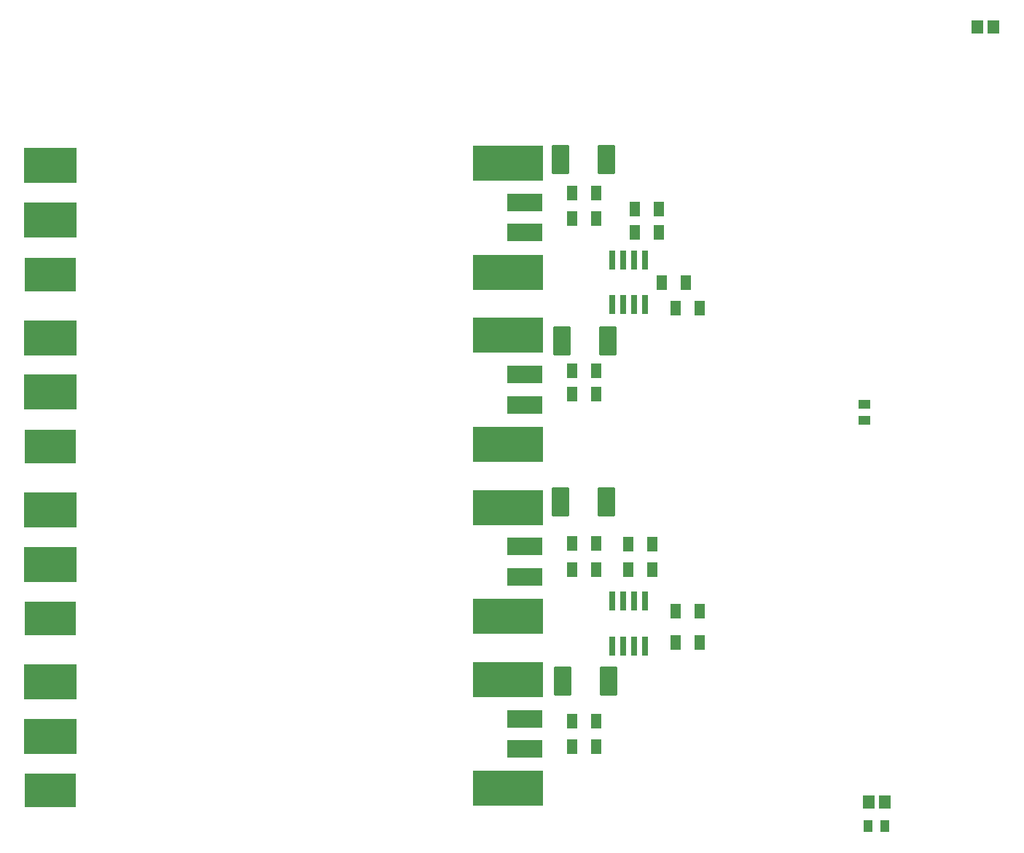
<source format=gbp>
G04*
G04 #@! TF.GenerationSoftware,Altium Limited,Altium Designer,21.4.1 (30)*
G04*
G04 Layer_Color=128*
%FSLAX25Y25*%
%MOIN*%
G70*
G04*
G04 #@! TF.SameCoordinates,5C5CB9DB-6683-4862-BC7F-C0E48B32F829*
G04*
G04*
G04 #@! TF.FilePolarity,Positive*
G04*
G01*
G75*
%ADD27R,0.05827X0.04016*%
%ADD28R,0.16142X0.08268*%
%ADD29R,0.31890X0.16142*%
%ADD30R,0.24016X0.16142*%
%ADD31R,0.23622X0.15748*%
G04:AMPARAMS|DCode=35|XSize=78.74mil|YSize=136.61mil|CornerRadius=4.59mil|HoleSize=0mil|Usage=FLASHONLY|Rotation=180.000|XOffset=0mil|YOffset=0mil|HoleType=Round|Shape=RoundedRectangle|*
%AMROUNDEDRECTD35*
21,1,0.07874,0.12744,0,0,180.0*
21,1,0.06957,0.13661,0,0,180.0*
1,1,0.00917,-0.03478,0.06372*
1,1,0.00917,0.03478,0.06372*
1,1,0.00917,0.03478,-0.06372*
1,1,0.00917,-0.03478,-0.06372*
%
%ADD35ROUNDEDRECTD35*%
%ADD36R,0.02756X0.09055*%
%ADD38R,0.05118X0.06890*%
%ADD134R,0.05512X0.06299*%
%ADD135R,0.04016X0.05827*%
D27*
X504637Y219654D02*
D03*
Y227173D02*
D03*
D28*
X349309Y161874D02*
D03*
Y148094D02*
D03*
X349309Y319354D02*
D03*
Y305575D02*
D03*
Y83134D02*
D03*
Y69354D02*
D03*
Y240614D02*
D03*
Y226835D02*
D03*
D29*
X341466Y179817D02*
D03*
Y130053D02*
D03*
X341465Y337297D02*
D03*
Y287533D02*
D03*
Y101077D02*
D03*
Y51313D02*
D03*
Y258557D02*
D03*
Y208793D02*
D03*
D30*
X132350Y153852D02*
D03*
Y178734D02*
D03*
X132350Y311333D02*
D03*
Y336215D02*
D03*
Y75112D02*
D03*
Y99994D02*
D03*
Y232593D02*
D03*
Y257474D02*
D03*
D31*
X132350Y128971D02*
D03*
X132350Y286451D02*
D03*
Y50230D02*
D03*
Y207711D02*
D03*
D35*
X365428Y339000D02*
D03*
X386372D02*
D03*
X365428Y182300D02*
D03*
X386372D02*
D03*
X366155Y256000D02*
D03*
X387100D02*
D03*
X366455Y100400D02*
D03*
X387400D02*
D03*
D36*
X394137Y136950D02*
D03*
Y116477D02*
D03*
X389137Y136950D02*
D03*
X399137D02*
D03*
X404137D02*
D03*
X389137Y116477D02*
D03*
X399137D02*
D03*
X404137D02*
D03*
X394237Y293150D02*
D03*
Y272677D02*
D03*
X389237Y293150D02*
D03*
X399237D02*
D03*
X404237D02*
D03*
X389237Y272677D02*
D03*
X399237D02*
D03*
X404237D02*
D03*
D38*
X410649Y316513D02*
D03*
X399625D02*
D03*
X381907Y231813D02*
D03*
X370884D02*
D03*
X381907Y70313D02*
D03*
X370884D02*
D03*
X381907Y242413D02*
D03*
X370884D02*
D03*
X381907Y81913D02*
D03*
X370884D02*
D03*
X418125Y270913D02*
D03*
X429149D02*
D03*
X418125Y132513D02*
D03*
X429149D02*
D03*
X411888Y282774D02*
D03*
X422912D02*
D03*
X418125Y118013D02*
D03*
X429149D02*
D03*
X381907Y311913D02*
D03*
X370884D02*
D03*
X381907Y151496D02*
D03*
X370884D02*
D03*
X381907Y323713D02*
D03*
X370884D02*
D03*
X381907Y163244D02*
D03*
X370884D02*
D03*
X399625Y305813D02*
D03*
X410649D02*
D03*
X396425Y151313D02*
D03*
X407449D02*
D03*
Y163113D02*
D03*
X396425D02*
D03*
D134*
X563647Y399613D02*
D03*
X556166D02*
D03*
X506528Y44913D02*
D03*
X514008D02*
D03*
D135*
X513697Y33913D02*
D03*
X506177D02*
D03*
M02*

</source>
